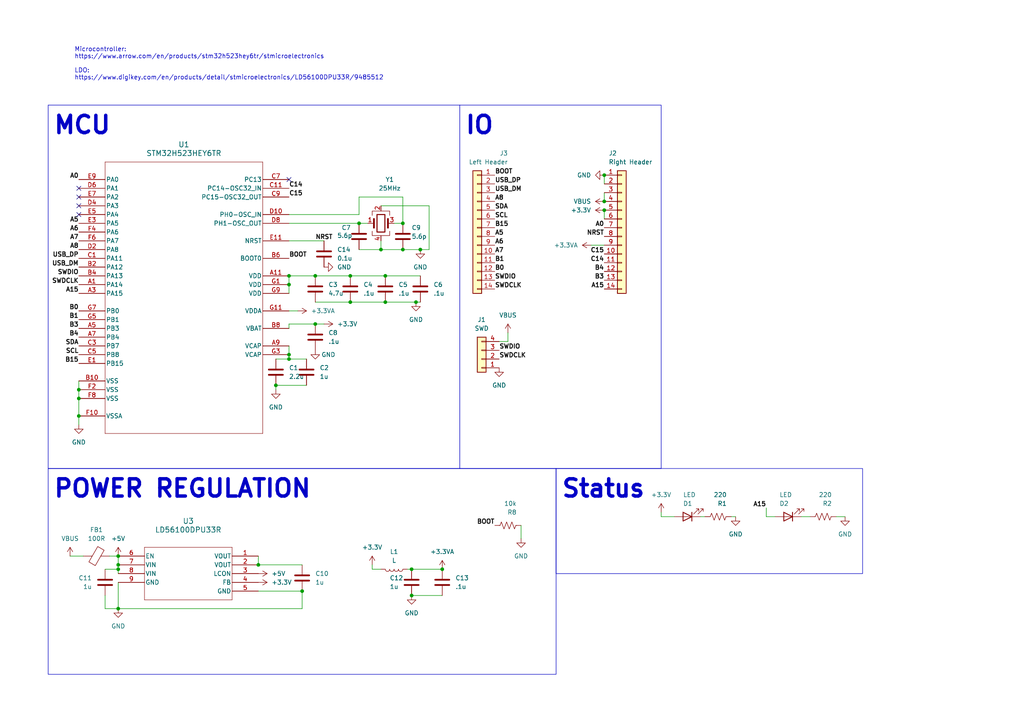
<source format=kicad_sch>
(kicad_sch (version 20231120) (generator "eeschema") (generator_version "8.0")
  (paper "A4")
  (lib_symbols
    (symbol "Connector_Generic:Conn_01x04" (pin_names (offset 1.016) hide)
      (property "Reference" "J" (at 0 5.08 0))
      (property "Value" "Conn_01x04" (at 0 -7.62 0))
      (symbol "Conn_01x04_1_1"
        (rectangle (start -1.27 -4.953) (end 0 -5.207) (stroke (width 0.1524)))
        (rectangle (start -1.27 -2.413) (end 0 -2.667) (stroke (width 0.1524)))
        (rectangle (start -1.27 0.127) (end 0 -0.127) (stroke (width 0.1524)))
        (rectangle (start -1.27 2.667) (end 0 2.413) (stroke (width 0.1524)))
        (rectangle (start -1.27 3.81) (end 1.27 -6.35) (stroke (width 0.254)) (fill (type background)))
        (pin passive line (at -5.08 2.54 0) (length 3.81) (name "Pin_1") (number "1"))
        (pin passive line (at -5.08 0 0) (length 3.81) (name "Pin_2") (number "2"))
        (pin passive line (at -5.08 -2.54 0) (length 3.81) (name "Pin_3") (number "3"))
        (pin passive line (at -5.08 -5.08 0) (length 3.81) (name "Pin_4") (number "4"))
      )
    )
    (symbol "Connector_Generic:Conn_01x14" (pin_names (offset 1.016) hide)
      (property "Reference" "J" (at 0 17.78 0))
      (property "Value" "Conn_01x14" (at 0 -20.32 0))
      (symbol "Conn_01x14_1_1"
        (rectangle (start -1.27 -17.653) (end 0 -17.907) (stroke (width 0.1524)))
        (rectangle (start -1.27 -15.113) (end 0 -15.367) (stroke (width 0.1524)))
        (rectangle (start -1.27 -12.573) (end 0 -12.827) (stroke (width 0.1524)))
        (rectangle (start -1.27 -10.033) (end 0 -10.287) (stroke (width 0.1524)))
        (rectangle (start -1.27 -7.493) (end 0 -7.747) (stroke (width 0.1524)))
        (rectangle (start -1.27 -4.953) (end 0 -5.207) (stroke (width 0.1524)))
        (rectangle (start -1.27 -2.413) (end 0 -2.667) (stroke (width 0.1524)))
        (rectangle (start -1.27 0.127) (end 0 -0.127) (stroke (width 0.1524)))
        (rectangle (start -1.27 2.667) (end 0 2.413) (stroke (width 0.1524)))
        (rectangle (start -1.27 5.207) (end 0 4.953) (stroke (width 0.1524)))
        (rectangle (start -1.27 7.747) (end 0 7.493) (stroke (width 0.1524)))
        (rectangle (start -1.27 10.287) (end 0 10.033) (stroke (width 0.1524)))
        (rectangle (start -1.27 12.827) (end 0 12.573) (stroke (width 0.1524)))
        (rectangle (start -1.27 15.367) (end 0 15.113) (stroke (width 0.1524)))
        (rectangle (start -1.27 16.51) (end 1.27 -19.05) (stroke (width 0.254)) (fill (type background)))
        (pin passive line (at -5.08 15.24 0) (length 3.81) (name "Pin_1") (number "1"))
        (pin passive line (at -5.08 -7.62 0) (length 3.81) (name "Pin_10") (number "10"))
        (pin passive line (at -5.08 -10.16 0) (length 3.81) (name "Pin_11") (number "11"))
        (pin passive line (at -5.08 -12.7 0) (length 3.81) (name "Pin_12") (number "12"))
        (pin passive line (at -5.08 -15.24 0) (length 3.81) (name "Pin_13") (number "13"))
        (pin passive line (at -5.08 -17.78 0) (length 3.81) (name "Pin_14") (number "14"))
        (pin passive line (at -5.08 12.7 0) (length 3.81) (name "Pin_2") (number "2"))
        (pin passive line (at -5.08 10.16 0) (length 3.81) (name "Pin_3") (number "3"))
        (pin passive line (at -5.08 7.62 0) (length 3.81) (name "Pin_4") (number "4"))
        (pin passive line (at -5.08 5.08 0) (length 3.81) (name "Pin_5") (number "5"))
        (pin passive line (at -5.08 2.54 0) (length 3.81) (name "Pin_6") (number "6"))
        (pin passive line (at -5.08 0 0) (length 3.81) (name "Pin_7") (number "7"))
        (pin passive line (at -5.08 -2.54 0) (length 3.81) (name "Pin_8") (number "8"))
        (pin passive line (at -5.08 -5.08 0) (length 3.81) (name "Pin_9") (number "9"))
      )
    )
    (symbol "Device:C" (pin_numbers hide) (pin_names (offset 0.254))
      (property "Reference" "C" (at 0.635 2.54 0))
      (property "Value" "C" (at 0.635 -2.54 0))
      (symbol "C_0_1"
        (polyline (pts (xy -2.032 -0.762) (xy 2.032 -0.762)) (stroke (width 0.508)))
        (polyline (pts (xy -2.032 0.762) (xy 2.032 0.762)) (stroke (width 0.508)))
      )
      (symbol "C_1_1"
        (pin passive line (at 0 3.81 270) (length 2.794) (name "~") (number "1"))
        (pin passive line (at 0 -3.81 90) (length 2.794) (name "~") (number "2"))
      )
    )
    (symbol "Device:Crystal_GND24" (pin_names (offset 1.016) hide)
      (property "Reference" "Y" (at 3.175 5.08 0))
      (property "Value" "Crystal_GND24" (at 3.175 3.175 0))
      (symbol "Crystal_GND24_0_1"
        (rectangle (start -1.143 2.54) (end 1.143 -2.54) (stroke (width 0.3048)))
        (polyline (pts (xy -2.54 0) (xy -2.032 0)))
        (polyline (pts (xy -2.032 -1.27) (xy -2.032 1.27)) (stroke (width 0.508)))
        (polyline (pts (xy 0 -3.81) (xy 0 -3.556)))
        (polyline (pts (xy 0 3.556) (xy 0 3.81)))
        (polyline (pts (xy 2.032 -1.27) (xy 2.032 1.27)) (stroke (width 0.508)))
        (polyline (pts (xy 2.032 0) (xy 2.54 0)))
        (polyline (pts (xy -2.54 -2.286) (xy -2.54 -3.556) (xy 2.54 -3.556) (xy 2.54 -2.286)))
        (polyline (pts (xy -2.54 2.286) (xy -2.54 3.556) (xy 2.54 3.556) (xy 2.54 2.286)))
      )
      (symbol "Crystal_GND24_1_1"
        (pin passive line (at -3.81 0 0) (length 1.27) (name "1") (number "1"))
        (pin passive line (at 0 5.08 270) (length 1.27) (name "2") (number "2"))
        (pin passive line (at 3.81 0 180) (length 1.27) (name "3") (number "3"))
        (pin passive line (at 0 -5.08 90) (length 1.27) (name "4") (number "4"))
      )
    )
    (symbol "Device:FerriteBead" (pin_numbers hide) (pin_names (offset 0))
      (property "Reference" "FB" (at -3.81 0.635 90))
      (property "Value" "FerriteBead" (at 3.81 0 90))
      (symbol "FerriteBead_0_1"
        (polyline (pts (xy 0 -1.27) (xy 0 -1.2192)))
        (polyline (pts (xy 0 1.27) (xy 0 1.2954)))
        (polyline (pts (xy -2.7686 0.4064) (xy -1.7018 2.2606) (xy 2.7686 -0.3048) (xy 1.6764 -2.159) (xy -2.7686 0.4064)))
      )
      (symbol "FerriteBead_1_1"
        (pin passive line (at 0 3.81 270) (length 2.54) (name "~") (number "1"))
        (pin passive line (at 0 -3.81 90) (length 2.54) (name "~") (number "2"))
      )
    )
    (symbol "Device:L" (pin_numbers hide) (pin_names (offset 1.016) hide)
      (property "Reference" "L" (at -1.27 0 90))
      (property "Value" "L" (at 1.905 0 90))
      (symbol "L_0_1"
        (arc (start 0 -2.54) (mid 0.6323 -1.905) (end 0 -1.27))
        (arc (start 0 -1.27) (mid 0.6323 -0.635) (end 0 0))
        (arc (start 0 0) (mid 0.6323 0.635) (end 0 1.27))
        (arc (start 0 1.27) (mid 0.6323 1.905) (end 0 2.54))
      )
      (symbol "L_1_1"
        (pin passive line (at 0 3.81 270) (length 1.27) (name "1") (number "1"))
        (pin passive line (at 0 -3.81 90) (length 1.27) (name "2") (number "2"))
      )
    )
    (symbol "Device:LED" (pin_numbers hide) (pin_names (offset 1.016) hide)
      (property "Reference" "D" (at 0 2.54 0))
      (property "Value" "LED" (at 0 -2.54 0))
      (symbol "LED_0_1"
        (polyline (pts (xy -1.27 -1.27) (xy -1.27 1.27)) (stroke (width 0.254)))
        (polyline (pts (xy -1.27 0) (xy 1.27 0)))
        (polyline (pts (xy 1.27 -1.27) (xy 1.27 1.27) (xy -1.27 0) (xy 1.27 -1.27)) (stroke (width 0.254)))
        (polyline (pts (xy -3.048 -0.762) (xy -4.572 -2.286) (xy -3.81 -2.286) (xy -4.572 -2.286) (xy -4.572 -1.524)))
        (polyline (pts (xy -1.778 -0.762) (xy -3.302 -2.286) (xy -2.54 -2.286) (xy -3.302 -2.286) (xy -3.302 -1.524)))
      )
      (symbol "LED_1_1"
        (pin passive line (at -3.81 0 0) (length 2.54) (name "K") (number "1"))
        (pin passive line (at 3.81 0 180) (length 2.54) (name "A") (number "2"))
      )
    )
    (symbol "Device:R_US" (pin_numbers hide) (pin_names (offset 0))
      (property "Reference" "R" (at 2.54 0 90))
      (property "Value" "R_US" (at -2.54 0 90))
      (symbol "R_US_0_1"
        (polyline (pts (xy 0 -2.286) (xy 0 -2.54)))
        (polyline (pts (xy 0 2.286) (xy 0 2.54)))
        (polyline (pts (xy 0 -0.762) (xy 1.016 -1.143) (xy 0 -1.524) (xy -1.016 -1.905) (xy 0 -2.286)))
        (polyline (pts (xy 0 0.762) (xy 1.016 0.381) (xy 0 0) (xy -1.016 -0.381) (xy 0 -0.762)))
        (polyline (pts (xy 0 2.286) (xy 1.016 1.905) (xy 0 1.524) (xy -1.016 1.143) (xy 0 0.762)))
      )
      (symbol "R_US_1_1"
        (pin passive line (at 0 3.81 270) (length 1.27) (name "~") (number "1"))
        (pin passive line (at 0 -3.81 90) (length 1.27) (name "~") (number "2"))
      )
    )
    (symbol "LD56100DPU33R:LD56100DPU33R" (pin_names (offset 0.254))
      (property "Reference" "U3" (at 20.32 10.16 0))
      (property "Value" "LD56100DPU33R" (at 20.32 7.62 0))
      (symbol "LD56100DPU33R_0_1"
        (polyline (pts (xy 7.62 -12.7) (xy 33.02 -12.7)) (stroke (width 0.127)))
        (polyline (pts (xy 7.62 2.54) (xy 7.62 -12.7)) (stroke (width 0.127)))
        (polyline (pts (xy 33.02 -12.7) (xy 33.02 2.54)) (stroke (width 0.127)))
        (polyline (pts (xy 33.02 2.54) (xy 7.62 2.54)) (stroke (width 0.127)))
        (pin output line (at 40.64 0 180) (length 7.62) (name "VOUT") (number "1"))
        (pin output line (at 40.64 -2.54 180) (length 7.62) (name "VOUT") (number "2"))
        (pin input line (at 40.64 -5.08 180) (length 7.62) (name "LCON") (number "3"))
        (pin unspecified line (at 40.64 -7.62 180) (length 7.62) (name "FB") (number "4"))
        (pin power_out line (at 40.64 -10.16 180) (length 7.62) (name "GND") (number "5"))
        (pin input line (at 0 0 0) (length 7.62) (name "EN") (number "6"))
        (pin power_in line (at 0 -2.54 0) (length 7.62) (name "VIN") (number "7"))
        (pin power_in line (at 0 -5.08 0) (length 7.62) (name "VIN") (number "8"))
        (pin power_out line (at 0 -7.62 0) (length 7.62) (name "GND") (number "9"))
      )
    )
    (symbol "STM32H523HEY6TR:STM32H523HEY6TR" (pin_names (offset 0.254))
      (property "Reference" "U1" (at 30.48 10.16 0))
      (property "Value" "STM32H523HEY6TR" (at 30.48 7.62 0))
      (symbol "STM32H523HEY6TR_0_1"
        (polyline (pts (xy 7.62 -73.66) (xy 53.34 -73.66)) (stroke (width 0.127)))
        (polyline (pts (xy 7.62 5.08) (xy 7.62 -73.66)) (stroke (width 0.127)))
        (polyline (pts (xy 53.34 -73.66) (xy 53.34 5.08)) (stroke (width 0.127)))
        (polyline (pts (xy 53.34 5.08) (xy 7.62 5.08)) (stroke (width 0.127)))
        (pin bidirectional line (at 0 -30.48 0) (length 7.62) (name "PA14") (number "A1"))
        (pin power_in line (at 60.96 -27.94 180) (length 7.62) (name "VDD") (number "A11"))
        (pin bidirectional line (at 0 -33.02 0) (length 7.62) (name "PA15") (number "A3"))
        (pin bidirectional line (at 0 -43.18 0) (length 7.62) (name "PB3") (number "A5"))
        (pin bidirectional line (at 0 -45.72 0) (length 7.62) (name "PB4") (number "A7"))
        (pin power_in line (at 60.96 -48.26 180) (length 7.62) (name "VCAP") (number "A9"))
        (pin power_in line (at 0 -58.42 0) (length 7.62) (name "VSS") (number "B10"))
        (pin bidirectional line (at 0 -25.4 0) (length 7.62) (name "PA12") (number "B2"))
        (pin bidirectional line (at 0 -27.94 0) (length 7.62) (name "PA13") (number "B4"))
        (pin input line (at 60.96 -22.86 180) (length 7.62) (name "BOOT0") (number "B6"))
        (pin power_in line (at 60.96 -43.18 180) (length 7.62) (name "VBAT") (number "B8"))
        (pin bidirectional line (at 0 -22.86 0) (length 7.62) (name "PA11") (number "C1"))
        (pin bidirectional line (at 60.96 -2.54 180) (length 7.62) (name "PC14-OSC32_IN") (number "C11"))
        (pin bidirectional line (at 0 -48.26 0) (length 7.62) (name "PB7") (number "C3"))
        (pin bidirectional line (at 0 -50.8 0) (length 7.62) (name "PB8") (number "C5"))
        (pin bidirectional line (at 60.96 0 180) (length 7.62) (name "PC13") (number "C7"))
        (pin bidirectional line (at 60.96 -5.08 180) (length 7.62) (name "PC15-OSC32_OUT") (number "C9"))
        (pin bidirectional line (at 60.96 -10.16 180) (length 7.62) (name "PH0-OSC_IN") (number "D10"))
        (pin bidirectional line (at 0 -20.32 0) (length 7.62) (name "PA8") (number "D2"))
        (pin bidirectional line (at 0 -7.62 0) (length 7.62) (name "PA3") (number "D4"))
        (pin bidirectional line (at 0 -2.54 0) (length 7.62) (name "PA1") (number "D6"))
        (pin bidirectional line (at 60.96 -12.7 180) (length 7.62) (name "PH1-OSC_OUT") (number "D8"))
        (pin bidirectional line (at 0 -53.34 0) (length 7.62) (name "PB15") (number "E1"))
        (pin bidirectional line (at 60.96 -17.78 180) (length 7.62) (name "NRST") (number "E11"))
        (pin bidirectional line (at 0 -12.7 0) (length 7.62) (name "PA5") (number "E3"))
        (pin bidirectional line (at 0 -10.16 0) (length 7.62) (name "PA4") (number "E5"))
        (pin bidirectional line (at 0 -5.08 0) (length 7.62) (name "PA2") (number "E7"))
        (pin bidirectional line (at 0 0 0) (length 7.62) (name "PA0") (number "E9"))
        (pin power_in line (at 0 -68.58 0) (length 7.62) (name "VSSA") (number "F10"))
        (pin power_in line (at 0 -60.96 0) (length 7.62) (name "VSS") (number "F2"))
        (pin bidirectional line (at 0 -15.24 0) (length 7.62) (name "PA6") (number "F4"))
        (pin bidirectional line (at 0 -17.78 0) (length 7.62) (name "PA7") (number "F6"))
        (pin power_in line (at 0 -63.5 0) (length 7.62) (name "VSS") (number "F8"))
        (pin power_in line (at 60.96 -30.48 180) (length 7.62) (name "VDD") (number "G1"))
        (pin power_in line (at 60.96 -38.1 180) (length 7.62) (name "VDDA") (number "G11"))
        (pin power_in line (at 60.96 -50.8 180) (length 7.62) (name "VCAP") (number "G3"))
        (pin bidirectional line (at 0 -40.64 0) (length 7.62) (name "PB1") (number "G5"))
        (pin bidirectional line (at 0 -38.1 0) (length 7.62) (name "PB0") (number "G7"))
        (pin power_in line (at 60.96 -33.02 180) (length 7.62) (name "VDD") (number "G9"))
      )
    )
    (symbol "power:+3.3V" (power) (pin_names (offset 0))
      (property "Value" "+3.3V" (at 0 3.556 0))
      (symbol "+3.3V_0_1"
        (polyline (pts (xy -0.762 1.27) (xy 0 2.54)))
        (polyline (pts (xy 0 0) (xy 0 2.54)))
        (polyline (pts (xy 0 2.54) (xy 0.762 1.27)))
      )
      (symbol "+3.3V_1_1"
        (pin power_in line (at 0 0 90) (length 0) hide (name "+3.3V") (number "1"))
      )
    )
    (symbol "power:+3.3VA" (power) (pin_names (offset 0))
      (property "Value" "+3.3VA" (at 0 3.556 0))
      (symbol "+3.3VA_0_1"
        (polyline (pts (xy -0.762 1.27) (xy 0 2.54)))
        (polyline (pts (xy 0 0) (xy 0 2.54)))
        (polyline (pts (xy 0 2.54) (xy 0.762 1.27)))
      )
      (symbol "+3.3VA_1_1"
        (pin power_in line (at 0 0 90) (length 0) hide (name "+3.3VA") (number "1"))
      )
    )
    (symbol "power:+5V" (power) (pin_names (offset 0))
      (property "Value" "+5V" (at 0 3.556 0))
      (symbol "+5V_0_1"
        (polyline (pts (xy -0.762 1.27) (xy 0 2.54)))
        (polyline (pts (xy 0 0) (xy 0 2.54)))
        (polyline (pts (xy 0 2.54) (xy 0.762 1.27)))
      )
      (symbol "+5V_1_1"
        (pin power_in line (at 0 0 90) (length 0) hide (name "+5V") (number "1"))
      )
    )
    (symbol "power:GND" (power) (pin_names (offset 0))
      (property "Value" "GND" (at 0 -3.81 0))
      (symbol "GND_0_1"
        (polyline (pts (xy 0 0) (xy 0 -1.27) (xy 1.27 -1.27) (xy 0 -2.54) (xy -1.27 -1.27) (xy 0 -1.27)))
      )
      (symbol "GND_1_1"
        (pin power_in line (at 0 0 270) (length 0) hide (name "GND") (number "1"))
      )
    )
    (symbol "power:VBUS" (power) (pin_names (offset 0))
      (property "Value" "VBUS" (at 0 3.81 0))
      (symbol "VBUS_0_1"
        (polyline (pts (xy -0.762 1.27) (xy 0 2.54)))
        (polyline (pts (xy 0 0) (xy 0 2.54)))
        (polyline (pts (xy 0 2.54) (xy 0.762 1.27)))
      )
      (symbol "VBUS_1_1"
        (pin power_in line (at 0 0 90) (length 0) hide (name "VBUS") (number "1"))
      )
    )
  )
  (junction (at 22.86 120.65))
  (junction (at 111.76 80.01))
  (junction (at 91.44 93.98))
  (junction (at 74.93 163.83))
  (junction (at 83.82 80.01))
  (junction (at 34.29 163.83))
  (junction (at 116.84 72.39))
  (junction (at 101.6 87.63))
  (junction (at 116.84 64.77))
  (junction (at 22.86 113.03))
  (junction (at 175.26 58.42))
  (junction (at 83.82 102.87))
  (junction (at 111.76 87.63))
  (junction (at 34.29 165.1))
  (junction (at 121.92 72.39))
  (junction (at 22.86 115.57))
  (junction (at 34.29 176.53))
  (junction (at 120.65 87.63))
  (junction (at 128.27 165.1))
  (junction (at 87.63 171.45))
  (junction (at 83.82 104.14))
  (junction (at 119.38 172.72))
  (junction (at 175.26 50.8))
  (junction (at 101.6 80.01))
  (junction (at 34.29 161.29))
  (junction (at 83.82 82.55))
  (junction (at 80.01 111.76))
  (junction (at 104.14 64.77))
  (junction (at 91.44 80.01))
  (junction (at 110.49 72.39))
  (junction (at 175.26 60.96))
  (junction (at 119.38 165.1))
  (no_connect (at 83.82 52.07))
  (no_connect (at 22.86 54.61))
  (no_connect (at 22.86 57.15))
  (no_connect (at 22.86 59.69))
  (no_connect (at 22.86 62.23))
  (wire (pts (xy 147.32 99.06) (xy 147.32 96.52)))
  (wire (pts (xy 83.82 64.77) (xy 104.14 64.77)))
  (wire (pts (xy 34.29 163.83) (xy 34.29 165.1)))
  (wire (pts (xy 104.14 62.23) (xy 83.82 62.23)))
  (wire (pts (xy 118.11 165.1) (xy 119.38 165.1)))
  (wire (pts (xy 74.93 161.29) (xy 74.93 163.83)))
  (wire (pts (xy 31.75 161.29) (xy 34.29 161.29)))
  (wire (pts (xy 101.6 87.63) (xy 111.76 87.63)))
  (wire (pts (xy 120.65 87.63) (xy 121.92 87.63)))
  (wire (pts (xy 110.49 72.39) (xy 110.49 69.85)))
  (wire (pts (xy 34.29 176.53) (xy 87.63 176.53)))
  (wire (pts (xy 151.13 156.21) (xy 151.13 152.4)))
  (wire (pts (xy 83.82 93.98) (xy 83.82 95.25)))
  (wire (pts (xy 34.29 176.53) (xy 30.48 176.53)))
  (wire (pts (xy 222.25 147.32) (xy 222.25 149.86)))
  (wire (pts (xy 119.38 172.72) (xy 128.27 172.72)))
  (wire (pts (xy 80.01 104.14) (xy 83.82 104.14)))
  (wire (pts (xy 34.29 165.1) (xy 34.29 166.37)))
  (wire (pts (xy 83.82 80.01) (xy 83.82 82.55)))
  (wire (pts (xy 175.26 60.96) (xy 175.26 63.5)))
  (wire (pts (xy 91.44 93.98) (xy 93.98 93.98)))
  (wire (pts (xy 107.95 165.1) (xy 110.49 165.1)))
  (wire (pts (xy 83.82 100.33) (xy 83.82 102.87)))
  (wire (pts (xy 119.38 165.1) (xy 128.27 165.1)))
  (wire (pts (xy 110.49 59.69) (xy 124.46 59.69)))
  (wire (pts (xy 74.93 163.83) (xy 87.63 163.83)))
  (wire (pts (xy 222.25 149.86) (xy 224.79 149.86)))
  (wire (pts (xy 191.77 148.59) (xy 191.77 149.86)))
  (wire (pts (xy 22.86 113.03) (xy 22.86 115.57)))
  (wire (pts (xy 80.01 111.76) (xy 88.9 111.76)))
  (wire (pts (xy 34.29 168.91) (xy 34.29 176.53)))
  (wire (pts (xy 20.32 161.29) (xy 24.13 161.29)))
  (wire (pts (xy 83.82 80.01) (xy 91.44 80.01)))
  (wire (pts (xy 104.14 57.15) (xy 116.84 57.15)))
  (wire (pts (xy 104.14 57.15) (xy 104.14 62.23)))
  (wire (pts (xy 116.84 64.77) (xy 114.3 64.77)))
  (wire (pts (xy 80.01 111.76) (xy 80.01 113.03)))
  (wire (pts (xy 171.45 71.12) (xy 175.26 71.12)))
  (wire (pts (xy 234.95 149.86) (xy 232.41 149.86)))
  (wire (pts (xy 22.86 115.57) (xy 22.86 120.65)))
  (wire (pts (xy 124.46 59.69) (xy 124.46 72.39)))
  (wire (pts (xy 104.14 72.39) (xy 110.49 72.39)))
  (wire (pts (xy 87.63 176.53) (xy 87.63 171.45)))
  (wire (pts (xy 83.82 69.85) (xy 93.98 69.85)))
  (wire (pts (xy 91.44 80.01) (xy 101.6 80.01)))
  (wire (pts (xy 121.92 72.39) (xy 116.84 72.39)))
  (wire (pts (xy 213.36 149.86) (xy 212.09 149.86)))
  (wire (pts (xy 104.14 64.77) (xy 106.68 64.77)))
  (wire (pts (xy 22.86 120.65) (xy 22.86 123.19)))
  (wire (pts (xy 86.36 90.17) (xy 83.82 90.17)))
  (wire (pts (xy 74.93 171.45) (xy 87.63 171.45)))
  (wire (pts (xy 30.48 176.53) (xy 30.48 172.72)))
  (wire (pts (xy 83.82 82.55) (xy 83.82 85.09)))
  (wire (pts (xy 124.46 72.39) (xy 121.92 72.39)))
  (wire (pts (xy 101.6 80.01) (xy 111.76 80.01)))
  (wire (pts (xy 191.77 149.86) (xy 195.58 149.86)))
  (wire (pts (xy 111.76 80.01) (xy 121.92 80.01)))
  (wire (pts (xy 111.76 87.63) (xy 120.65 87.63)))
  (wire (pts (xy 144.78 99.06) (xy 147.32 99.06)))
  (wire (pts (xy 83.82 104.14) (xy 88.9 104.14)))
  (wire (pts (xy 83.82 93.98) (xy 91.44 93.98)))
  (wire (pts (xy 175.26 55.88) (xy 175.26 58.42)))
  (wire (pts (xy 107.95 163.83) (xy 107.95 165.1)))
  (wire (pts (xy 116.84 57.15) (xy 116.84 64.77)))
  (wire (pts (xy 34.29 165.1) (xy 30.48 165.1)))
  (wire (pts (xy 204.47 149.86) (xy 203.2 149.86)))
  (wire (pts (xy 83.82 104.14) (xy 83.82 102.87)))
  (wire (pts (xy 91.44 87.63) (xy 101.6 87.63)))
  (wire (pts (xy 22.86 110.49) (xy 22.86 113.03)))
  (wire (pts (xy 34.29 161.29) (xy 34.29 163.83)))
  (wire (pts (xy 116.84 72.39) (xy 110.49 72.39)))
  (wire (pts (xy 175.26 50.8) (xy 175.26 53.34)))
  (wire (pts (xy 245.11 149.86) (xy 242.57 149.86)))
  (rectangle (start 13.97 30.48) (end 133.35 135.89))
  (rectangle (start 161.29 135.89) (end 250.19 166.37))
  (rectangle (start 13.97 135.89) (end 161.29 195.58))
  (rectangle (start 133.35 30.48) (end 191.77 135.89))
  (text "TODO:\nx Temperature Sensing Circuit\no Strain Sensing Circuit -- skip this rev\nx IMU Circuit\n- MFC Communication Out Circuit\n- MFC Communication In Circuit\n- Energy Harvesting Circuit\n\nAfter that -- layout" (at 305.435 81.915 0) (effects (font (size 5 5) (bold yes)) (justify left bottom)))
  (text "Microcontroller:\nhttps://www.arrow.com/en/products/stm32h523hey6tr/stmicroelectronics\n\nLDO:\nhttps://www.digikey.com/en/products/detail/stmicroelectronics/LD56100DPU33R/9485512\n\n" (at 21.59 25.4 0) (effects (font (size 1.27 1.27)) (justify left bottom)))
  (text "MCU" (at 15.24 39.37 0) (effects (font (size 5 5) (thickness 1) (bold yes)) (justify left bottom)))
  (text "IO" (at 134.62 39.37 0) (effects (font (size 5 5) (thickness 1) (bold yes)) (justify left bottom)))
  (text "POWER REGULATION" (at 15.24 144.78 0) (effects (font (size 5 5) (thickness 1) (bold yes)) (justify left bottom)))
  (text "Status\n" (at 162.56 144.78 0) (effects (font (size 5 5) (thickness 1) (bold yes)) (justify left bottom)))
  (label "A15" (at 22.86 85.09 180) (effects (font (bold yes))))
  (label "A8" (at 22.86 72.39 180) (effects (font (bold yes))))
  (label "BOOT" (at 143.51 152.4 180) (effects (font (bold yes))))
  (label "SWDIO" (at 22.86 80.01 180) (effects (font (bold yes))))
  (label "B3" (at 22.86 95.25 180) (effects (font (bold yes))))
  (label "C14" (at 83.82 54.61 0) (effects (font (bold yes))))
  (label "B4" (at 22.86 97.79 180) (effects (font (bold yes))))
  (label "B15" (at 143.51 66.04 0) (effects (font (bold yes))))
  (label "USB_DM" (at 22.86 77.47 180) (effects (font (bold yes))))
  (label "SWDIO" (at 144.78 101.6 0) (effects (font (bold yes))))
  (label "SCL" (at 143.51 63.5 0) (effects (font (bold yes))))
  (label "NRST" (at 175.26 68.58 180) (effects (font (bold yes))))
  (label "SCL" (at 22.86 102.87 180) (effects (font (bold yes))))
  (label "B4" (at 175.26 78.74 180) (effects (font (bold yes))))
  (label "C15" (at 175.26 73.66 180) (effects (font (bold yes))))
  (label "A15" (at 175.26 83.82 180) (effects (font (bold yes))))
  (label "A5" (at 143.51 68.58 0) (effects (font (bold yes))))
  (label "SWDIO" (at 143.51 81.28 0) (effects (font (bold yes))))
  (label "A6" (at 22.86 67.31 180) (effects (font (bold yes))))
  (label "BOOT" (at 143.51 50.8 0) (effects (font (bold yes))))
  (label "A7" (at 22.86 69.85 180) (effects (font (bold yes))))
  (label "A6" (at 143.51 71.12 0) (effects (font (bold yes))))
  (label "C14" (at 175.26 76.2 180) (effects (font (bold yes))))
  (label "B1" (at 22.86 92.71 180) (effects (font (bold yes))))
  (label "NRST" (at 91.44 69.85 0) (effects (font (bold yes))))
  (label "BOOT" (at 83.82 74.93 0) (effects (font (bold yes))))
  (label "B0" (at 22.86 90.17 180) (effects (font (bold yes))))
  (label "SWDCLK" (at 22.86 82.55 180) (effects (font (bold yes))))
  (label "A8" (at 143.51 58.42 0) (effects (font (bold yes))))
  (label "B3" (at 175.26 81.28 180) (effects (font (bold yes))))
  (label "C15" (at 83.82 57.15 0) (effects (font (bold yes))))
  (label "SWDCLK" (at 143.51 83.82 0) (effects (font (bold yes))))
  (label "SDA" (at 22.86 100.33 180) (effects (font (bold yes))))
  (label "B15" (at 22.86 105.41 180) (effects (font (bold yes))))
  (label "USB_DP" (at 22.86 74.93 180) (effects (font (bold yes))))
  (label "A5" (at 22.86 64.77 180) (effects (font (bold yes))))
  (label "A15" (at 222.25 147.32 180) (effects (font (bold yes))))
  (label "USB_DM" (at 143.51 55.88 0) (effects (font (bold yes))))
  (label "A7" (at 143.51 73.66 0) (effects (font (bold yes))))
  (label "A0" (at 22.86 52.07 180) (effects (font (bold yes))))
  (label "B0" (at 143.51 78.74 0) (effects (font (bold yes))))
  (label "A0" (at 175.26 66.04 180) (effects (font (bold yes))))
  (label "SDA" (at 143.51 60.96 0) (effects (font (bold yes))))
  (label "USB_DP" (at 143.51 53.34 0) (effects (font (bold yes))))
  (label "SWDCLK" (at 144.78 104.14 0) (effects (font (bold yes))))
  (label "B1" (at 143.51 76.2 0) (effects (font (bold yes))))
  (symbol (lib_id "power:+3.3VA") (at 128.27 165.1 0) (unit 1)
    (property "Reference" "#PWR013" (effects (hide yes)))
    (property "Value" "+3.3VA" (at 128.27 160.02 0))
  )
  (symbol (lib_id "power:+5V") (at 74.93 166.37 270) (unit 1)
    (property "Reference" "#PWR09" (effects (hide yes)))
    (property "Value" "+5V" (at 78.74 166.37 90) (effects (justify left)))
  )
  (symbol (lib_id "Connector_Generic:Conn_01x04") (at 139.7 104.14 180) (unit 1)
    (property "Reference" "J1" (at 139.7 92.71 0))
    (property "Value" "SWD" (at 139.7 95.25 0))
    (property "Footprint" "Connector_PinHeader_1.00mm:PinHeader_1x04_P1.00mm_Vertical" (effects (hide yes)))
  )
  (symbol (lib_id "power:GND") (at 22.86 123.19 0) (unit 1)
    (property "Reference" "#PWR02" (effects (hide yes)))
    (property "Value" "GND" (at 22.86 128.27 0))
  )
  (symbol (lib_id "Device:FerriteBead") (at 27.94 161.29 270) (unit 1)
    (property "Reference" "FB1" (at 27.9908 153.67 90))
    (property "Value" "100R" (at 27.9908 156.21 90))
    (property "Footprint" "LED_SMD:LED_0201_0603Metric" (effects (hide yes)))
  )
  (symbol (lib_id "Connector_Generic:Conn_01x14") (at 180.34 66.04 0) (unit 1)
    (property "Reference" "J2" (at 176.53 44.45 0) (effects (justify left)))
    (property "Value" "Right Header" (at 176.53 46.99 0) (effects (justify left)))
    (property "Footprint" "Connector_PinHeader_1.27mm:PinHeader_1x14_P1.27mm_Vertical" (effects (hide yes)))
  )
  (symbol (lib_id "power:VBUS") (at 20.32 161.29 0) (unit 1)
    (property "Reference" "#PWR011" (effects (hide yes)))
    (property "Value" "VBUS" (at 20.32 156.21 0))
  )
  (symbol (lib_id "power:+3.3V") (at 74.93 168.91 270) (unit 1)
    (property "Reference" "#PWR012" (effects (hide yes)))
    (property "Value" "+3.3V" (at 78.74 168.91 90) (effects (justify left)))
  )
  (symbol (lib_id "Device:C") (at 91.44 83.82 0) (unit 1)
    (property "Reference" "C3" (at 95.25 82.5499 0) (effects (justify left)))
    (property "Value" "4.7u" (at 95.25 85.0899 0) (effects (justify left)))
    (property "Footprint" "Capacitor_SMD:C_0201_0603Metric" (effects (hide yes)))
  )
  (symbol (lib_id "Device:C") (at 121.92 83.82 0) (unit 1)
    (property "Reference" "C6" (at 125.73 82.5499 0) (effects (justify left)))
    (property "Value" ".1u" (at 125.73 85.0899 0) (effects (justify left)))
    (property "Footprint" "Capacitor_SMD:C_0201_0603Metric" (effects (hide yes)))
  )
  (symbol (lib_id "Device:C") (at 101.6 83.82 0) (unit 1)
    (property "Reference" "C4" (at 105.41 82.5499 0) (effects (justify left)))
    (property "Value" ".1u" (at 105.41 85.0899 0) (effects (justify left)))
    (property "Footprint" "Capacitor_SMD:C_0201_0603Metric" (effects (hide yes)))
  )
  (symbol (lib_id "Device:Crystal_GND24") (at 110.49 64.77 0) (unit 1)
    (property "Reference" "Y1" (at 113.03 52.07 0))
    (property "Value" "25MHz" (at 113.03 54.61 0))
    (property "Footprint" "Oscillator:Oscillator_SMD_Abracon_ASCO-4Pin_1.6x1.2mm" (effects (hide yes)))
  )
  (symbol (lib_id "LD56100DPU33R:LD56100DPU33R") (at 34.29 161.29 0) (unit 1)
    (property "Reference" "U3" (at 54.61 151.13 0) (effects (font (size 1.524 1.524))))
    (property "Value" "LD56100DPU33R" (at 54.61 153.67 0) (effects (font (size 1.524 1.524))))
    (property "Footprint" "Library:DFN8_1P6X1P2_STM-M" (effects (hide yes)))
    (property "Datasheet" "LD56100DPU33R" (effects (hide yes)))
  )
  (symbol (lib_id "power:GND") (at 213.36 149.86 0) (unit 1)
    (property "Reference" "#PWR023" (effects (hide yes)))
    (property "Value" "GND" (at 213.36 154.94 0))
  )
  (symbol (lib_id "Device:C") (at 87.63 167.64 0) (unit 1)
    (property "Reference" "C10" (at 91.44 166.3699 0) (effects (justify left)))
    (property "Value" "1u" (at 91.44 168.9099 0) (effects (justify left)))
    (property "Footprint" "Capacitor_SMD:C_0201_0603Metric" (effects (hide yes)))
  )
  (symbol (lib_id "power:VBUS") (at 147.32 96.52 0) (unit 1)
    (property "Reference" "#PWR010" (effects (hide yes)))
    (property "Value" "VBUS" (at 147.32 91.44 0))
  )
  (symbol (lib_id "power:GND") (at 93.98 77.47 90) (unit 1)
    (property "Reference" "#PWR022" (effects (hide yes)))
    (property "Value" "GND" (at 97.79 77.47 90) (effects (justify right)))
  )
  (symbol (lib_id "Device:C") (at 88.9 107.95 0) (unit 1)
    (property "Reference" "C2" (at 92.71 106.6799 0) (effects (justify left)))
    (property "Value" "1u" (at 92.71 109.2199 0) (effects (justify left)))
    (property "Footprint" "Capacitor_SMD:C_0201_0603Metric" (effects (hide yes)))
  )
  (symbol (lib_id "Device:LED") (at 199.39 149.86 180) (unit 1)
    (property "Reference" "D1" (at 198.12 146.05 0) (effects (justify right)))
    (property "Value" "LED" (at 198.12 143.51 0) (effects (justify right)))
    (property "Footprint" "LED_SMD:LED_0201_0603Metric" (effects (hide yes)))
  )
  (symbol (lib_id "power:GND") (at 119.38 172.72 0) (unit 1)
    (property "Reference" "#PWR016" (effects (hide yes)))
    (property "Value" "GND" (at 119.38 177.8 0))
  )
  (symbol (lib_id "Device:LED") (at 228.6 149.86 180) (unit 1)
    (property "Reference" "D2" (at 226.06 146.05 0) (effects (justify right)))
    (property "Value" "LED" (at 226.06 143.51 0) (effects (justify right)))
    (property "Footprint" "LED_SMD:LED_0201_0603Metric" (effects (hide yes)))
  )
  (symbol (lib_id "power:GND") (at 144.78 106.68 0) (unit 1)
    (property "Reference" "#PWR017" (effects (hide yes)))
    (property "Value" "GND" (at 144.78 111.76 0))
  )
  (symbol (lib_id "power:+3.3VA") (at 171.45 71.12 90) (unit 1)
    (property "Reference" "#PWR020" (effects (hide yes)))
    (property "Value" "+3.3VA" (at 167.64 71.12 90) (effects (justify left)))
  )
  (symbol (lib_id "STM32H523HEY6TR:STM32H523HEY6TR") (at 22.86 52.07 0) (unit 1)
    (property "Reference" "U1" (at 53.34 41.91 0) (effects (font (size 1.524 1.524))))
    (property "Value" "STM32H523HEY6TR" (at 53.34 44.45 0) (effects (font (size 1.524 1.524))))
    (property "Footprint" "Library:WLCSP39_STM" (effects (hide yes)))
    (property "Datasheet" "STM32H523HEY6TR" (effects (hide yes)))
  )
  (symbol (lib_id "power:GND") (at 91.44 101.6 0) (unit 1)
    (property "Reference" "#PWR07" (effects (hide yes)))
    (property "Value" "GND" (at 95.25 102.87 0))
  )
  (symbol (lib_id "Device:L") (at 114.3 165.1 270) (unit 1)
    (property "Reference" "L1" (at 114.3 160.02 90))
    (property "Value" "L" (at 114.3 162.56 90))
    (property "Footprint" "Inductor_SMD:L_0201_0603Metric" (effects (hide yes)))
  )
  (symbol (lib_id "Device:R_US") (at 147.32 152.4 90) (unit 1)
    (property "Reference" "R8" (at 149.86 148.59 90) (effects (justify left)))
    (property "Value" "10k" (at 149.86 146.05 90) (effects (justify left)))
    (property "Footprint" "Resistor_SMD:R_01005_0402Metric" (effects (hide yes)))
  )
  (symbol (lib_id "Device:R_US") (at 208.28 149.86 90) (unit 1)
    (property "Reference" "R1" (at 210.82 146.05 90) (effects (justify left)))
    (property "Value" "220" (at 210.82 143.51 90) (effects (justify left)))
    (property "Footprint" "Resistor_SMD:R_01005_0402Metric" (effects (hide yes)))
  )
  (symbol (lib_id "Device:C") (at 30.48 168.91 0) (mirror y) (unit 1)
    (property "Reference" "C11" (at 26.67 167.64 0) (effects (justify left)))
    (property "Value" "1u" (at 26.67 170.18 0) (effects (justify left)))
    (property "Footprint" "Capacitor_SMD:C_0201_0603Metric" (effects (hide yes)))
  )
  (symbol (lib_id "Device:C") (at 119.38 168.91 0) (unit 1)
    (property "Reference" "C12" (at 113.03 167.64 0) (effects (justify left)))
    (property "Value" "1u" (at 113.03 170.18 0) (effects (justify left)))
    (property "Footprint" "Capacitor_SMD:C_0201_0603Metric" (effects (hide yes)))
  )
  (symbol (lib_id "Connector_Generic:Conn_01x14") (at 138.43 66.04 0) (mirror y) (unit 1)
    (property "Reference" "J3" (at 147.32 44.45 0) (effects (justify left)))
    (property "Value" "Left Header" (at 147.32 46.99 0) (effects (justify left)))
    (property "Footprint" "Connector_PinHeader_1.27mm:PinHeader_1x14_P1.27mm_Vertical" (effects (hide yes)))
  )
  (symbol (lib_id "power:GND") (at 120.65 87.63 0) (unit 1)
    (property "Reference" "#PWR05" (effects (hide yes)))
    (property "Value" "GND" (at 120.65 92.71 0))
  )
  (symbol (lib_id "power:GND") (at 121.92 72.39 0) (unit 1)
    (property "Reference" "#PWR06" (effects (hide yes)))
    (property "Value" "GND" (at 121.92 77.47 0))
  )
  (symbol (lib_id "power:+3.3V") (at 93.98 93.98 270) (unit 1)
    (property "Reference" "#PWR04" (effects (hide yes)))
    (property "Value" "+3.3V" (at 97.79 93.98 90) (effects (justify left)))
  )
  (symbol (lib_id "power:+5V") (at 34.29 161.29 0) (unit 1)
    (property "Reference" "#PWR08" (effects (hide yes)))
    (property "Value" "+5V" (at 34.29 156.21 0))
  )
  (symbol (lib_id "power:GND") (at 34.29 176.53 0) (unit 1)
    (property "Reference" "#PWR015" (effects (hide yes)))
    (property "Value" "GND" (at 34.29 181.61 0))
  )
  (symbol (lib_id "power:GND") (at 245.11 149.86 0) (unit 1)
    (property "Reference" "#PWR024" (effects (hide yes)))
    (property "Value" "GND" (at 245.11 154.94 0))
  )
  (symbol (lib_id "Device:C") (at 128.27 168.91 0) (unit 1)
    (property "Reference" "C13" (at 132.08 167.6399 0) (effects (justify left)))
    (property "Value" ".1u" (at 132.08 170.1799 0) (effects (justify left)))
    (property "Footprint" "Capacitor_SMD:C_0201_0603Metric" (effects (hide yes)))
  )
  (symbol (lib_id "Device:C") (at 111.76 83.82 0) (unit 1)
    (property "Reference" "C5" (at 115.57 82.5499 0) (effects (justify left)))
    (property "Value" ".1u" (at 115.57 85.0899 0) (effects (justify left)))
    (property "Footprint" "Capacitor_SMD:C_0201_0603Metric" (effects (hide yes)))
  )
  (symbol (lib_id "power:GND") (at 151.13 156.21 0) (unit 1)
    (property "Reference" "#PWR31" (effects (hide yes)))
    (property "Value" "GND" (at 151.13 161.29 0))
  )
  (symbol (lib_id "power:VBUS") (at 175.26 58.42 90) (unit 1)
    (property "Reference" "#PWR018" (effects (hide yes)))
    (property "Value" "VBUS" (at 171.45 58.42 90) (effects (justify left)))
  )
  (symbol (lib_id "Device:R_US") (at 238.76 149.86 90) (unit 1)
    (property "Reference" "R2" (at 241.3 146.05 90) (effects (justify left)))
    (property "Value" "220" (at 241.3 143.51 90) (effects (justify left)))
    (property "Footprint" "Resistor_SMD:R_01005_0402Metric" (effects (hide yes)))
  )
  (symbol (lib_id "power:+3.3V") (at 175.26 60.96 90) (unit 1)
    (property "Reference" "#PWR019" (effects (hide yes)))
    (property "Value" "+3.3V" (at 171.45 60.96 90) (effects (justify left)))
  )
  (symbol (lib_id "Device:C") (at 80.01 107.95 0) (unit 1)
    (property "Reference" "C1" (at 83.82 106.6799 0) (effects (justify left)))
    (property "Value" "2.2u" (at 83.82 109.2199 0) (effects (justify left)))
    (property "Footprint" "Capacitor_SMD:C_0201_0603Metric" (effects (hide yes)))
  )
  (symbol (lib_id "power:GND") (at 80.01 113.03 0) (unit 1)
    (property "Reference" "#PWR01" (effects (hide yes)))
    (property "Value" "GND" (at 80.01 118.11 0))
  )
  (symbol (lib_id "Device:C") (at 104.14 68.58 0) (unit 1)
    (property "Reference" "C7" (at 99.06 66.04 0) (effects (justify left)))
    (property "Value" "5.6p" (at 97.79 68.326 0) (effects (justify left)))
    (property "Footprint" "Capacitor_SMD:C_0201_0603Metric" (effects (hide yes)))
  )
  (symbol (lib_id "power:+3.3VA") (at 86.36 90.17 270) (unit 1)
    (property "Reference" "#PWR03" (effects (hide yes)))
    (property "Value" "+3.3VA" (at 90.17 90.17 90) (effects (justify left)))
  )
  (symbol (lib_id "power:+3.3V") (at 191.77 148.59 0) (unit 1)
    (property "Reference" "#PWR025" (effects (hide yes)))
    (property "Value" "+3.3V" (at 191.77 143.51 0))
  )
  (symbol (lib_id "power:+3.3V") (at 107.95 163.83 0) (unit 1)
    (property "Reference" "#PWR014" (effects (hide yes)))
    (property "Value" "+3.3V" (at 107.95 158.75 0))
  )
  (symbol (lib_id "power:GND") (at 175.26 50.8 270) (unit 1)
    (property "Reference" "#PWR021" (effects (hide yes)))
    (property "Value" "GND" (at 171.45 50.8 90) (effects (justify right)))
  )
  (symbol (lib_id "Device:C") (at 91.44 97.79 0) (unit 1)
    (property "Reference" "C8" (at 95.25 96.5199 0) (effects (justify left)))
    (property "Value" ".1u" (at 95.25 99.0599 0) (effects (justify left)))
    (property "Footprint" "Capacitor_SMD:C_0201_0603Metric" (effects (hide yes)))
  )
  (symbol (lib_id "Device:C") (at 93.98 73.66 0) (unit 1)
    (property "Reference" "C14" (at 97.79 72.39 0) (effects (justify left)))
    (property "Value" "0.1u" (at 97.79 74.93 0) (effects (justify left)))
    (property "Footprint" "Capacitor_SMD:C_0201_0603Metric" (effects (hide yes)))
  )
  (symbol (lib_id "Device:C") (at 116.84 68.58 0) (unit 1)
    (property "Reference" "C9" (at 119.38 66.04 0) (effects (justify left)))
    (property "Value" "5.6p" (at 119.38 68.58 0) (effects (justify left)))
    (property "Footprint" "Capacitor_SMD:C_0201_0603Metric" (effects (hide yes)))
  )
)
</source>
